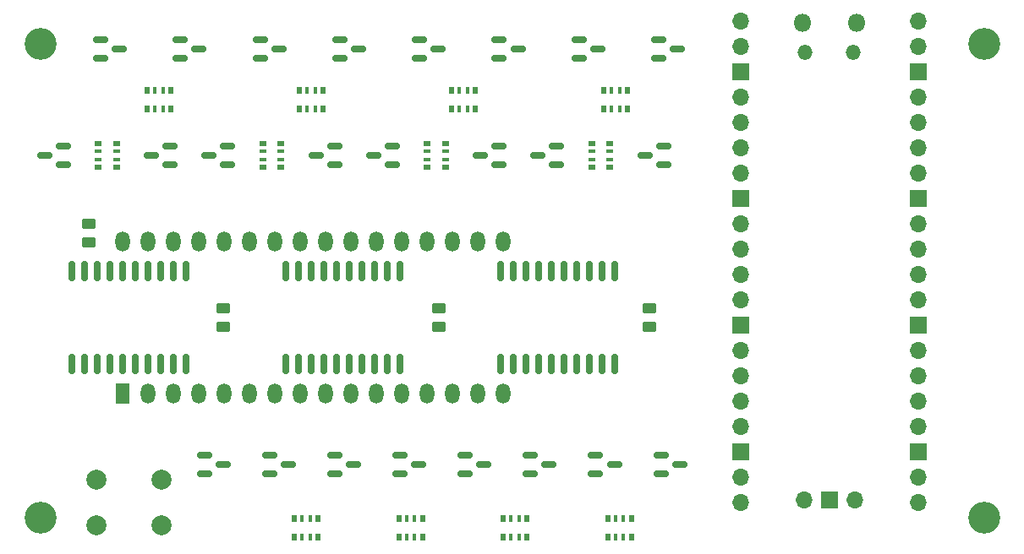
<source format=gbr>
%TF.GenerationSoftware,KiCad,Pcbnew,(6.0.9)*%
%TF.CreationDate,2023-01-27T11:08:56+01:00*%
%TF.ProjectId,picoflasher,7069636f-666c-4617-9368-65722e6b6963,rev?*%
%TF.SameCoordinates,Original*%
%TF.FileFunction,Soldermask,Bot*%
%TF.FilePolarity,Negative*%
%FSLAX46Y46*%
G04 Gerber Fmt 4.6, Leading zero omitted, Abs format (unit mm)*
G04 Created by KiCad (PCBNEW (6.0.9)) date 2023-01-27 11:08:56*
%MOMM*%
%LPD*%
G01*
G04 APERTURE LIST*
G04 Aperture macros list*
%AMRoundRect*
0 Rectangle with rounded corners*
0 $1 Rounding radius*
0 $2 $3 $4 $5 $6 $7 $8 $9 X,Y pos of 4 corners*
0 Add a 4 corners polygon primitive as box body*
4,1,4,$2,$3,$4,$5,$6,$7,$8,$9,$2,$3,0*
0 Add four circle primitives for the rounded corners*
1,1,$1+$1,$2,$3*
1,1,$1+$1,$4,$5*
1,1,$1+$1,$6,$7*
1,1,$1+$1,$8,$9*
0 Add four rect primitives between the rounded corners*
20,1,$1+$1,$2,$3,$4,$5,0*
20,1,$1+$1,$4,$5,$6,$7,0*
20,1,$1+$1,$6,$7,$8,$9,0*
20,1,$1+$1,$8,$9,$2,$3,0*%
G04 Aperture macros list end*
%ADD10O,1.500000X1.500000*%
%ADD11O,1.800000X1.800000*%
%ADD12O,1.700000X1.700000*%
%ADD13R,1.700000X1.700000*%
%ADD14R,1.440000X2.000000*%
%ADD15O,1.440000X2.000000*%
%ADD16C,2.000000*%
%ADD17C,3.200000*%
%ADD18RoundRect,0.150000X0.587500X0.150000X-0.587500X0.150000X-0.587500X-0.150000X0.587500X-0.150000X0*%
%ADD19RoundRect,0.150000X-0.587500X-0.150000X0.587500X-0.150000X0.587500X0.150000X-0.587500X0.150000X0*%
%ADD20R,0.500000X0.800000*%
%ADD21R,0.400000X0.800000*%
%ADD22RoundRect,0.250000X-0.450000X0.262500X-0.450000X-0.262500X0.450000X-0.262500X0.450000X0.262500X0*%
%ADD23R,0.800000X0.500000*%
%ADD24R,0.800000X0.400000*%
%ADD25RoundRect,0.150000X0.150000X-0.875000X0.150000X0.875000X-0.150000X0.875000X-0.150000X-0.875000X0*%
%ADD26RoundRect,0.250000X0.450000X-0.262500X0.450000X0.262500X-0.450000X0.262500X-0.450000X-0.262500X0*%
G04 APERTURE END LIST*
D10*
%TO.C,U4*%
X98945000Y-39990000D03*
X94095000Y-39990000D03*
D11*
X93795000Y-36960000D03*
X99245000Y-36960000D03*
D12*
X87630000Y-36830000D03*
X87630000Y-39370000D03*
D13*
X87630000Y-41910000D03*
D12*
X87630000Y-44450000D03*
X87630000Y-46990000D03*
X87630000Y-49530000D03*
X87630000Y-52070000D03*
D13*
X87630000Y-54610000D03*
D12*
X87630000Y-57150000D03*
X87630000Y-59690000D03*
X87630000Y-62230000D03*
X87630000Y-64770000D03*
D13*
X87630000Y-67310000D03*
D12*
X87630000Y-69850000D03*
X87630000Y-72390000D03*
X87630000Y-74930000D03*
X87630000Y-77470000D03*
D13*
X87630000Y-80010000D03*
D12*
X87630000Y-82550000D03*
X87630000Y-85090000D03*
X105410000Y-85090000D03*
X105410000Y-82550000D03*
D13*
X105410000Y-80010000D03*
D12*
X105410000Y-77470000D03*
X105410000Y-74930000D03*
X105410000Y-72390000D03*
X105410000Y-69850000D03*
D13*
X105410000Y-67310000D03*
D12*
X105410000Y-64770000D03*
X105410000Y-62230000D03*
X105410000Y-59690000D03*
X105410000Y-57150000D03*
D13*
X105410000Y-54610000D03*
D12*
X105410000Y-52070000D03*
X105410000Y-49530000D03*
X105410000Y-46990000D03*
X105410000Y-44450000D03*
D13*
X105410000Y-41910000D03*
D12*
X105410000Y-39370000D03*
X105410000Y-36830000D03*
X93980000Y-84860000D03*
D13*
X96520000Y-84860000D03*
D12*
X99060000Y-84860000D03*
%TD*%
D14*
%TO.C,U2*%
X25790000Y-74202500D03*
D15*
X28330000Y-74202500D03*
X30870000Y-74202500D03*
X33410000Y-74202500D03*
X35950000Y-74202500D03*
X38490000Y-74202500D03*
X41030000Y-74202500D03*
X43570000Y-74202500D03*
X46110000Y-74202500D03*
X48650000Y-74202500D03*
X51190000Y-74202500D03*
X53730000Y-74202500D03*
X56270000Y-74202500D03*
X58810000Y-74202500D03*
X61350000Y-74202500D03*
X63890000Y-74202500D03*
X63890000Y-58962500D03*
X61350000Y-58962500D03*
X58810000Y-58962500D03*
X56270000Y-58962500D03*
X53730000Y-58962500D03*
X51190000Y-58962500D03*
X48650000Y-58962500D03*
X46110000Y-58962500D03*
X43570000Y-58962500D03*
X41030000Y-58962500D03*
X38490000Y-58962500D03*
X35950000Y-58962500D03*
X33410000Y-58962500D03*
X30870000Y-58962500D03*
X28330000Y-58962500D03*
X25790000Y-58962500D03*
%TD*%
D16*
%TO.C,SW1*%
X23166000Y-87340000D03*
X29666000Y-87340000D03*
X29666000Y-82840000D03*
X23166000Y-82840000D03*
%TD*%
D17*
%TO.C,H2*%
X17526000Y-86614000D03*
%TD*%
%TO.C,H3*%
X112014000Y-86614000D03*
%TD*%
%TO.C,H1*%
X17526000Y-39116000D03*
%TD*%
%TO.C,H4*%
X112014000Y-39116000D03*
%TD*%
D18*
%TO.C,Q21*%
X69202500Y-49342000D03*
X69202500Y-51242000D03*
X67327500Y-50292000D03*
%TD*%
D19*
%TO.C,Q6*%
X31538200Y-40574000D03*
X31538200Y-38674000D03*
X33413200Y-39624000D03*
%TD*%
%TO.C,Q12*%
X47503900Y-40574000D03*
X47503900Y-38674000D03*
X49378900Y-39624000D03*
%TD*%
%TO.C,Q4*%
X60064700Y-82230000D03*
X60064700Y-80330000D03*
X61939700Y-81280000D03*
%TD*%
D20*
%TO.C,RN6*%
X55805800Y-88530000D03*
D21*
X55005800Y-88530000D03*
X54205800Y-88530000D03*
D20*
X53405800Y-88530000D03*
X53405800Y-86730000D03*
D21*
X54205800Y-86730000D03*
X55005800Y-86730000D03*
D20*
X55805800Y-86730000D03*
%TD*%
D22*
%TO.C,C4*%
X78486000Y-65635500D03*
X78486000Y-67460500D03*
%TD*%
D19*
%TO.C,Q5*%
X23555400Y-40574000D03*
X23555400Y-38674000D03*
X25430400Y-39624000D03*
%TD*%
D20*
%TO.C,RN5*%
X43431500Y-43804000D03*
D21*
X44231500Y-43804000D03*
X45031500Y-43804000D03*
D20*
X45831500Y-43804000D03*
X45831500Y-45604000D03*
D21*
X45031500Y-45604000D03*
X44231500Y-45604000D03*
D20*
X43431500Y-45604000D03*
%TD*%
D18*
%TO.C,Q15*%
X36275500Y-49342000D03*
X36275500Y-51242000D03*
X34400500Y-50292000D03*
%TD*%
D22*
%TO.C,C3*%
X57404000Y-67460500D03*
X57404000Y-65635500D03*
%TD*%
D23*
%TO.C,RN10*%
X56266000Y-51492000D03*
D24*
X56266000Y-50692000D03*
X56266000Y-49892000D03*
D23*
X56266000Y-49092000D03*
X58066000Y-49092000D03*
D24*
X58066000Y-49892000D03*
X58066000Y-50692000D03*
D23*
X58066000Y-51492000D03*
%TD*%
D19*
%TO.C,Q18*%
X63469700Y-40574000D03*
X63469700Y-38674000D03*
X65344700Y-39624000D03*
%TD*%
D23*
%TO.C,RN9*%
X39802500Y-51492000D03*
D24*
X39802500Y-50692000D03*
X39802500Y-49892000D03*
D23*
X39802500Y-49092000D03*
X41602500Y-49092000D03*
D24*
X41602500Y-49892000D03*
X41602500Y-50692000D03*
D23*
X41602500Y-51492000D03*
%TD*%
D19*
%TO.C,Q2*%
X73127600Y-82230000D03*
X73127600Y-80330000D03*
X75002600Y-81280000D03*
%TD*%
D18*
%TO.C,Q14*%
X30541000Y-49342000D03*
X30541000Y-51242000D03*
X28666000Y-50292000D03*
%TD*%
%TO.C,Q19*%
X52739000Y-49342000D03*
X52739000Y-51242000D03*
X50864000Y-50292000D03*
%TD*%
D19*
%TO.C,Q1*%
X79659000Y-82230000D03*
X79659000Y-80330000D03*
X81534000Y-81280000D03*
%TD*%
D20*
%TO.C,RN2*%
X28191500Y-43804000D03*
D21*
X28991500Y-43804000D03*
X29791500Y-43804000D03*
D20*
X30591500Y-43804000D03*
X30591500Y-45604000D03*
D21*
X29791500Y-45604000D03*
X28991500Y-45604000D03*
D20*
X28191500Y-45604000D03*
%TD*%
%TO.C,RN1*%
X66261200Y-88530000D03*
D21*
X65461200Y-88530000D03*
X64661200Y-88530000D03*
D20*
X63861200Y-88530000D03*
X63861200Y-86730000D03*
D21*
X64661200Y-86730000D03*
X65461200Y-86730000D03*
D20*
X66261200Y-86730000D03*
%TD*%
D19*
%TO.C,Q9*%
X40470400Y-82230000D03*
X40470400Y-80330000D03*
X42345400Y-81280000D03*
%TD*%
D25*
%TO.C,U5*%
X75006200Y-71198000D03*
X73736200Y-71198000D03*
X72466200Y-71198000D03*
X71196200Y-71198000D03*
X69926200Y-71198000D03*
X68656200Y-71198000D03*
X67386200Y-71198000D03*
X66116200Y-71198000D03*
X64846200Y-71198000D03*
X63576200Y-71198000D03*
X63576200Y-61898000D03*
X64846200Y-61898000D03*
X66116200Y-61898000D03*
X67386200Y-61898000D03*
X68656200Y-61898000D03*
X69926200Y-61898000D03*
X71196200Y-61898000D03*
X72466200Y-61898000D03*
X73736200Y-61898000D03*
X75006200Y-61898000D03*
%TD*%
D18*
%TO.C,Q22*%
X79931500Y-49342000D03*
X79931500Y-51242000D03*
X78056500Y-50292000D03*
%TD*%
D19*
%TO.C,Q23*%
X71452500Y-40574000D03*
X71452500Y-38674000D03*
X73327500Y-39624000D03*
%TD*%
D26*
%TO.C,C1*%
X22352000Y-58975000D03*
X22352000Y-57150000D03*
%TD*%
D23*
%TO.C,RN7*%
X23339000Y-51492000D03*
D24*
X23339000Y-50692000D03*
X23339000Y-49892000D03*
D23*
X23339000Y-49092000D03*
X25139000Y-49092000D03*
D24*
X25139000Y-49892000D03*
X25139000Y-50692000D03*
D23*
X25139000Y-51492000D03*
%TD*%
D25*
%TO.C,U3*%
X32131000Y-71198000D03*
X30861000Y-71198000D03*
X29591000Y-71198000D03*
X28321000Y-71198000D03*
X27051000Y-71198000D03*
X25781000Y-71198000D03*
X24511000Y-71198000D03*
X23241000Y-71198000D03*
X21971000Y-71198000D03*
X20701000Y-71198000D03*
X20701000Y-61898000D03*
X21971000Y-61898000D03*
X23241000Y-61898000D03*
X24511000Y-61898000D03*
X25781000Y-61898000D03*
X27051000Y-61898000D03*
X28321000Y-61898000D03*
X29591000Y-61898000D03*
X30861000Y-61898000D03*
X32131000Y-61898000D03*
%TD*%
D22*
%TO.C,C2*%
X35814000Y-65635500D03*
X35814000Y-67460500D03*
%TD*%
D19*
%TO.C,Q10*%
X33939000Y-82230000D03*
X33939000Y-80330000D03*
X35814000Y-81280000D03*
%TD*%
%TO.C,Q24*%
X79435400Y-40574000D03*
X79435400Y-38674000D03*
X81310400Y-39624000D03*
%TD*%
%TO.C,Q17*%
X55486800Y-40574000D03*
X55486800Y-38674000D03*
X57361800Y-39624000D03*
%TD*%
D18*
%TO.C,Q13*%
X19812000Y-49342000D03*
X19812000Y-51242000D03*
X17937000Y-50292000D03*
%TD*%
D20*
%TO.C,RN8*%
X58671500Y-43804000D03*
D21*
X59471500Y-43804000D03*
X60271500Y-43804000D03*
D20*
X61071500Y-43804000D03*
X61071500Y-45604000D03*
D21*
X60271500Y-45604000D03*
X59471500Y-45604000D03*
D20*
X58671500Y-45604000D03*
%TD*%
D19*
%TO.C,Q3*%
X66596100Y-82230000D03*
X66596100Y-80330000D03*
X68471100Y-81280000D03*
%TD*%
%TO.C,Q11*%
X39521100Y-40574000D03*
X39521100Y-38674000D03*
X41396100Y-39624000D03*
%TD*%
D18*
%TO.C,Q16*%
X47004500Y-49342000D03*
X47004500Y-51242000D03*
X45129500Y-50292000D03*
%TD*%
D23*
%TO.C,RN12*%
X72729500Y-51492000D03*
D24*
X72729500Y-50692000D03*
X72729500Y-49892000D03*
D23*
X72729500Y-49092000D03*
X74529500Y-49092000D03*
D24*
X74529500Y-49892000D03*
X74529500Y-50692000D03*
D23*
X74529500Y-51492000D03*
%TD*%
D19*
%TO.C,Q7*%
X53533300Y-82230000D03*
X53533300Y-80330000D03*
X55408300Y-81280000D03*
%TD*%
D25*
%TO.C,U1*%
X53568600Y-71198000D03*
X52298600Y-71198000D03*
X51028600Y-71198000D03*
X49758600Y-71198000D03*
X48488600Y-71198000D03*
X47218600Y-71198000D03*
X45948600Y-71198000D03*
X44678600Y-71198000D03*
X43408600Y-71198000D03*
X42138600Y-71198000D03*
X42138600Y-61898000D03*
X43408600Y-61898000D03*
X44678600Y-61898000D03*
X45948600Y-61898000D03*
X47218600Y-61898000D03*
X48488600Y-61898000D03*
X49758600Y-61898000D03*
X51028600Y-61898000D03*
X52298600Y-61898000D03*
X53568600Y-61898000D03*
%TD*%
D20*
%TO.C,RN11*%
X73911500Y-43804000D03*
D21*
X74711500Y-43804000D03*
X75511500Y-43804000D03*
D20*
X76311500Y-43804000D03*
X76311500Y-45604000D03*
D21*
X75511500Y-45604000D03*
X74711500Y-45604000D03*
D20*
X73911500Y-45604000D03*
%TD*%
%TO.C,RN4*%
X45350500Y-88530000D03*
D21*
X44550500Y-88530000D03*
X43750500Y-88530000D03*
D20*
X42950500Y-88530000D03*
X42950500Y-86730000D03*
D21*
X43750500Y-86730000D03*
X44550500Y-86730000D03*
D20*
X45350500Y-86730000D03*
%TD*%
D18*
%TO.C,Q20*%
X63468000Y-49342000D03*
X63468000Y-51242000D03*
X61593000Y-50292000D03*
%TD*%
D20*
%TO.C,RN3*%
X76716500Y-88530000D03*
D21*
X75916500Y-88530000D03*
X75116500Y-88530000D03*
D20*
X74316500Y-88530000D03*
X74316500Y-86730000D03*
D21*
X75116500Y-86730000D03*
X75916500Y-86730000D03*
D20*
X76716500Y-86730000D03*
%TD*%
D19*
%TO.C,Q8*%
X47001900Y-82230000D03*
X47001900Y-80330000D03*
X48876900Y-81280000D03*
%TD*%
M02*

</source>
